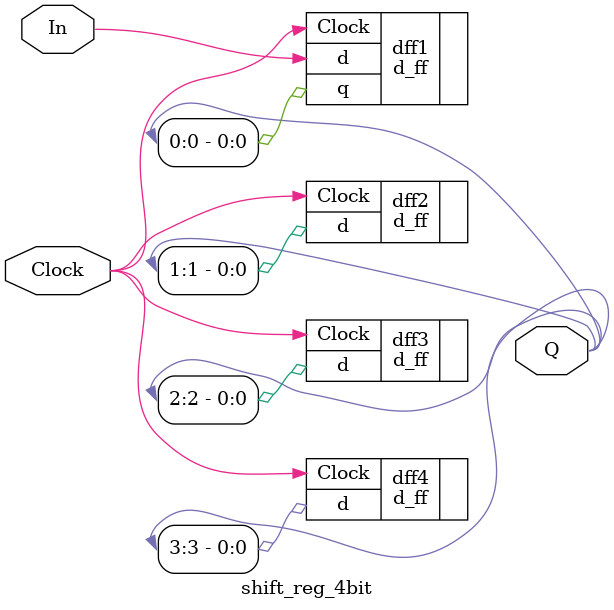
<source format=v>
/*
Module name: 4 bit shift register
Author: Nguyen Thanh Phu
*/
`include "D_FF.v"

module shift_reg_4bit(
    input Clock,
    input In,
    output reg [3:0]Q
);
    d_ff dff1(.Clock(Clock), .d(In), .q(Q[0]));
    d_ff dff2(.Clock(Clock), .d(Q[0]), .d(Q[1]));
    d_ff dff3(.Clock(Clock), .d(Q[1]), .d(Q[2]));
    d_ff dff4(.Clock(Clock), .d(Q[2]), .d(Q[3]));
endmodule
</source>
